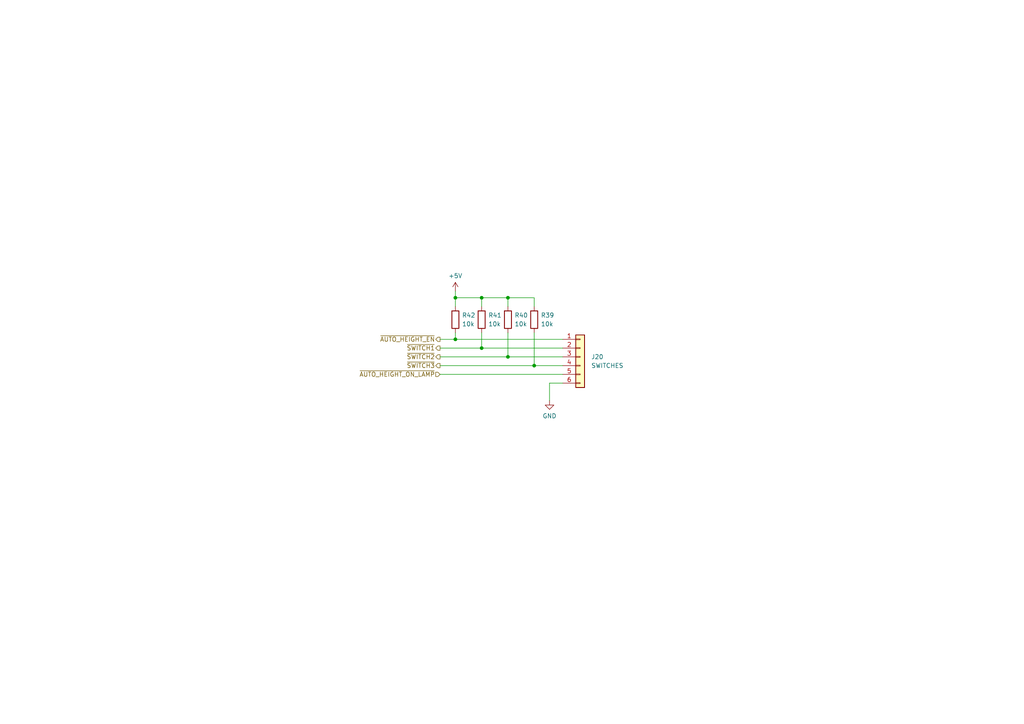
<source format=kicad_sch>
(kicad_sch (version 20230121) (generator eeschema)
  (paper "A4")
  (title_block (title "Tandem Leveller Controller") (date "2025-02-16") (rev "V1.0") (company "(C) andy@britishideas.com 2025") (comment 1 "For personal use only, no commercial use") (comment 2 "Provided as-is, no warranty express or implied. Use at your own risk"))
  (lib_symbols
    (symbol "Connector_Generic:Conn_01x06" (pin_names (offset 1.016) hide)
      (property "Reference" "J" (at 0 7.62 0))
      (property "Value" "Conn_01x06" (at 0 -10.16 0))
      (symbol "Conn_01x06_1_1"
        (rectangle (start -1.27 -7.493) (end 0 -7.747) (stroke (width 0.1524)))
        (rectangle (start -1.27 -4.953) (end 0 -5.207) (stroke (width 0.1524)))
        (rectangle (start -1.27 -2.413) (end 0 -2.667) (stroke (width 0.1524)))
        (rectangle (start -1.27 0.127) (end 0 -0.127) (stroke (width 0.1524)))
        (rectangle (start -1.27 2.667) (end 0 2.413) (stroke (width 0.1524)))
        (rectangle (start -1.27 5.207) (end 0 4.953) (stroke (width 0.1524)))
        (rectangle (start -1.27 6.35) (end 1.27 -8.89) (stroke (width 0.254)) (fill (type background)))
        (pin passive line (at -5.08 5.08 0) (length 3.81) (name "Pin_1") (number "1"))
        (pin passive line (at -5.08 2.54 0) (length 3.81) (name "Pin_2") (number "2"))
        (pin passive line (at -5.08 0 0) (length 3.81) (name "Pin_3") (number "3"))
        (pin passive line (at -5.08 -2.54 0) (length 3.81) (name "Pin_4") (number "4"))
        (pin passive line (at -5.08 -5.08 0) (length 3.81) (name "Pin_5") (number "5"))
        (pin passive line (at -5.08 -7.62 0) (length 3.81) (name "Pin_6") (number "6"))
      )
    )
    (symbol "Device:R" (pin_numbers hide) (pin_names (offset 0))
      (property "Reference" "R" (at 2.032 0 90))
      (property "Value" "R" (at 0 0 90))
      (symbol "R_0_1"
        (rectangle (start -1.016 -2.54) (end 1.016 2.54) (stroke (width 0.254)))
      )
      (symbol "R_1_1"
        (pin passive line (at 0 3.81 270) (length 1.27) (name "~") (number "1"))
        (pin passive line (at 0 -3.81 90) (length 1.27) (name "~") (number "2"))
      )
    )
    (symbol "power:+5V" (power) (pin_names (offset 0))
      (property "Value" "+5V" (at 0 3.556 0))
      (symbol "+5V_0_1"
        (polyline (pts (xy -0.762 1.27) (xy 0 2.54)))
        (polyline (pts (xy 0 0) (xy 0 2.54)))
        (polyline (pts (xy 0 2.54) (xy 0.762 1.27)))
      )
      (symbol "+5V_1_1"
        (pin power_in line (at 0 0 90) (length 0) hide (name "+5V") (number "1"))
      )
    )
    (symbol "power:GND" (power) (pin_names (offset 0))
      (property "Value" "GND" (at 0 -3.81 0))
      (symbol "GND_0_1"
        (polyline (pts (xy 0 0) (xy 0 -1.27) (xy 1.27 -1.27) (xy 0 -2.54) (xy -1.27 -1.27) (xy 0 -1.27)))
      )
      (symbol "GND_1_1"
        (pin power_in line (at 0 0 270) (length 0) hide (name "GND") (number "1"))
      )
    )
  )
  (junction (at 139.7 86.36))
  (junction (at 147.32 86.36))
  (junction (at 154.94 106.045))
  (junction (at 132.08 98.425))
  (junction (at 147.32 103.505))
  (junction (at 132.08 86.36))
  (junction (at 139.7 100.965))
  (wire (pts (xy 139.7 100.965) (xy 163.195 100.965)))
  (wire (pts (xy 147.32 103.505) (xy 163.195 103.505)))
  (wire (pts (xy 154.94 88.9) (xy 154.94 86.36)))
  (wire (pts (xy 127.635 100.965) (xy 139.7 100.965)))
  (wire (pts (xy 163.195 111.125) (xy 159.385 111.125)))
  (wire (pts (xy 147.32 86.36) (xy 139.7 86.36)))
  (wire (pts (xy 139.7 86.36) (xy 139.7 88.9)))
  (wire (pts (xy 154.94 106.045) (xy 163.195 106.045)))
  (wire (pts (xy 132.08 96.52) (xy 132.08 98.425)))
  (wire (pts (xy 139.7 96.52) (xy 139.7 100.965)))
  (wire (pts (xy 154.94 86.36) (xy 147.32 86.36)))
  (wire (pts (xy 159.385 111.125) (xy 159.385 116.205)))
  (wire (pts (xy 139.7 86.36) (xy 132.08 86.36)))
  (wire (pts (xy 132.08 98.425) (xy 163.195 98.425)))
  (wire (pts (xy 132.08 86.36) (xy 132.08 88.9)))
  (wire (pts (xy 127.635 108.585) (xy 163.195 108.585)))
  (wire (pts (xy 127.635 98.425) (xy 132.08 98.425)))
  (wire (pts (xy 147.32 86.36) (xy 147.32 88.9)))
  (wire (pts (xy 147.32 96.52) (xy 147.32 103.505)))
  (wire (pts (xy 132.08 84.455) (xy 132.08 86.36)))
  (wire (pts (xy 154.94 96.52) (xy 154.94 106.045)))
  (wire (pts (xy 127.635 103.505) (xy 147.32 103.505)))
  (wire (pts (xy 127.635 106.045) (xy 154.94 106.045)))
  (hierarchical_label "~{SWITCH3}" (shape output) (at 127.635 106.045 180))
  (hierarchical_label "~{SWITCH2}" (shape output) (at 127.635 103.505 180))
  (hierarchical_label "~{AUTO_HEIGHT_ON_LAMP}" (shape input) (at 127.635 108.585 180))
  (hierarchical_label "~{SWITCH1}" (shape output) (at 127.635 100.965 180))
  (hierarchical_label "~{AUTO_HEIGHT_EN}" (shape output) (at 127.635 98.425 180))
  (symbol (lib_id "Device:R") (at 139.7 92.71 0) (unit 1)
    (property "Reference" "R41" (at 141.605 91.44 0) (effects (justify left)))
    (property "Value" "10k" (at 141.605 93.98 0) (effects (justify left)))
  )
  (symbol (lib_id "Connector_Generic:Conn_01x06") (at 168.275 103.505 0) (unit 1)
    (property "Reference" "J20" (at 171.45 103.505 0) (effects (justify left)))
    (property "Value" "SWITCHES" (at 171.45 106.045 0) (effects (justify left)))
  )
  (symbol (lib_id "Device:R") (at 147.32 92.71 0) (unit 1)
    (property "Reference" "R40" (at 149.225 91.44 0) (effects (justify left)))
    (property "Value" "10k" (at 149.225 93.98 0) (effects (justify left)))
  )
  (symbol (lib_id "power:+5V") (at 132.08 84.455 0) (unit 1)
    (property "Reference" "#PWR086" (effects hide))
    (property "Value" "+5V" (at 132.08 80.01 0))
  )
  (symbol (lib_id "power:GND") (at 159.385 116.205 0) (unit 1)
    (property "Reference" "#PWR085" (effects hide))
    (property "Value" "GND" (at 159.385 120.65 0))
  )
  (symbol (lib_id "Device:R") (at 132.08 92.71 0) (unit 1)
    (property "Reference" "R42" (at 133.985 91.44 0) (effects (justify left)))
    (property "Value" "10k" (at 133.985 93.98 0) (effects (justify left)))
  )
  (symbol (lib_id "Device:R") (at 154.94 92.71 0) (unit 1)
    (property "Reference" "R39" (at 156.845 91.44 0) (effects (justify left)))
    (property "Value" "10k" (at 156.845 93.98 0) (effects (justify left)))
  )
)
</source>
